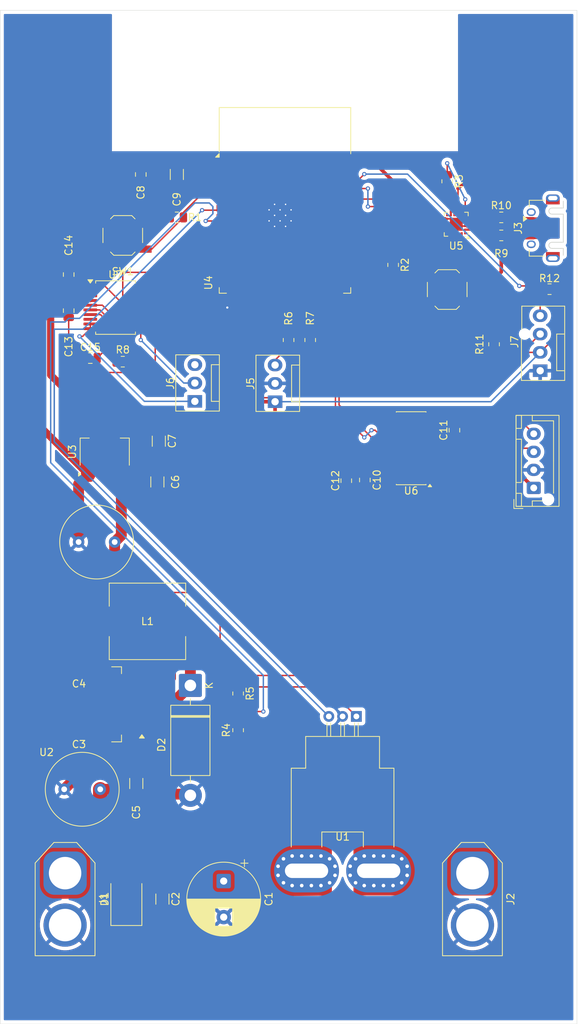
<source format=kicad_pcb>
(kicad_pcb (version 20241229) (generator "pcbnew") (generator_version "9.0")
  (layers (0 "F.Cu" signal) (2 "B.Cu" signal) (13 "F.Paste" user) (15 "B.Paste" user) (5 "F.SilkS" user "F.Silkscreen") (7 "B.SilkS" user "B.Silkscreen") (1 "F.Mask" user) (3 "B.Mask" user) (25 "Edge.Cuts" user))
  (net 0 "")
  (net 1 "GND")
  (net 2 "+24V")
  (net 3 "+5V")
  (net 4 "+3.3V")
  (net 5 "Net-(U6-VBG)")
  (net 6 "Net-(U7-ISENSOR)")
  (net 7 "Net-(D2-K)")
  (net 8 "Net-(J3-D-)")
  (net 10 "Net-(J3-VBUS)")
  (net 11 "Net-(J3-D+)")
  (net 13 "Net-(J4-Pin_3)")
  (net 14 "Net-(J4-Pin_4)")
  (net 15 "Net-(J5-Pin_3)")
  (net 17 "Net-(J6-Pin_1)")
  (net 18 "Net-(J6-Pin_2)")
  (net 19 "Net-(U4-EN)")
  (net 20 "Net-(U4-IO0)")
  (net 21 "Net-(U5-~{RST})")
  (net 22 "V_Sensor")
  (net 23 "RPM_SIGNAL")
  (net 24 "Net-(U7-REFIN+)")
  (net 25 "Net-(U7-REFIN-)")
  (net 26 "Net-(U5-D+)")
  (net 27 "Net-(U5-D-)")
  (net 28 "VIOUT")
  (net 31 "SCK")
  (net 33 "CS")
  (net 38 "SDA")
  (net 42 "PD_SCK")
  (net 43 "SDI")
  (net 45 "RX")
  (net 47 "TX")
  (net 51 "SDO")
  (net 52 "SCL")
  (net 57 "DOUT")
  (net 77 "/+24V_OUT")
  (net 78 "/+24V_IN")
  (footprint "Package_SO:SOIC-16_3.9x9.9mm_P1.27mm" (layer "F.Cu") (at 130 84.5 180)
    (property "Reference" "U6")
    (property "Value" "HX711" (hide yes))
  )
  (footprint "Capacitor_SMD:C_1206_3216Metric" (layer "F.Cu") (at 95 83.525 -90)
    (property "Reference" "C7")
    (property "Value" "10uF" (hide yes))
  )
  (footprint "Resistor_SMD:R_0805_2012Metric" (layer "F.Cu") (at 141.5 70.0875 -90)
    (property "Reference" "R11")
    (property "Value" "4.7k" (hide yes))
  )
  (footprint "Diode_THT:D_DO-201AD_P15.24mm_Horizontal" (layer "F.Cu") (at 99.375 117.38 -90)
    (property "Reference" "D2")
    (property "Value" "1N5822" (hide yes))
  )
  (footprint "Resistor_SMD:R_0805_2012Metric" (layer "F.Cu") (at 149.19375 62.4525 180)
    (property "Reference" "R12")
    (property "Value" "4.7k" (hide yes))
  )
  (footprint "Connector:FanPinHeader_1x03_P2.54mm_Vertical" (layer "F.Cu") (at 111.125 78.05 90)
    (property "Reference" "J5")
    (property "Value" "J_RPM")
  )
  (footprint "Capacitor_SMD:C_1206_3216Metric" (layer "F.Cu") (at 95.5 147 -90)
    (property "Reference" "C2")
    (property "Value" "0.1uF 100V")
  )
  (footprint "RF_Module:ESP32-WROOM-32" (layer "F.Cu") (at 112.5 53.13)
    (property "Reference" "U4")
    (property "Value" "ESP32-WROOM-32")
  )
  (footprint "Capacitor_THT:C_Radial_D10.0mm_H12.5mm_P5.00mm" (layer "F.Cu") (at 88.875 97.5 180)
    (property "Reference" "C4")
    (property "Value" "220uF 16v" (hide yes))
  )
  (footprint "Diode_SMD:D_SMB" (layer "F.Cu") (at 90.5 147 90)
    (property "Reference" "D1")
    (property "Value" "D_TVS")
  )
  (footprint "Capacitor_SMD:C_0805_2012Metric" (layer "F.Cu") (at 136 82 -90)
    (property "Reference" "C11")
    (property "Value" "0.1uF" (hide yes))
  )
  (footprint "Connector_JST:JST_XH_B4B-XH-AM_1x04_P2.50mm_Vertical" (layer "F.Cu") (at 147 90 90)
    (property "Reference" "J4" (hide yes))
    (property "Value" "J_LOAD" (hide yes))
  )
  (footprint "Resistor_SMD:R_0805_2012Metric" (layer "F.Cu") (at 113 69.5 -90)
    (property "Reference" "R6")
    (property "Value" "10k" (hide yes))
  )
  (footprint "Capacitor_SMD:C_1206_3216Metric" (layer "F.Cu") (at 91.875 130.975 -90)
    (property "Reference" "C5")
    (property "Value" "0.1uF" (hide yes))
  )
  (footprint "Inductor_SMD:L_10.4x10.4_H4.8" (layer "F.Cu") (at 93.425 108.5 180)
    (property "Reference" "L1")
    (property "Value" "33uH" (hide yes))
  )
  (footprint "Capacitor_SMD:C_0805_2012Metric" (layer "F.Cu") (at 82.5 65.425 90)
    (property "Reference" "C13")
    (property "Value" "0.1uF" (hide yes))
  )
  (footprint "Package_TO_SOT_SMD:TO-263-5_TabPin3" (layer "F.Cu") (at 85 120 180)
    (property "Reference" "U2")
    (property "Value" "LM2596S-5" (hide yes))
  )
  (footprint "Capacitor_THT:CP_Radial_D10.0mm_P5.00mm" (layer "F.Cu") (at 104 144.5 -90)
    (property "Reference" "C1")
    (property "Value" "100uF 100V")
  )
  (footprint "Connector:FanPinHeader_1x03_P2.54mm_Vertical" (layer "F.Cu") (at 100 78 90)
    (property "Reference" "J6")
    (property "Value" "J_TEMP")
  )
  (footprint "Sensor_Current:Allegro_CB_PFF" (layer "F.Cu") (at 122.4 121.675 180)
    (property "Reference" "U1")
    (property "Value" "ACS758xCB-100B-PFF")
  )
  (footprint "Package_SO:SSOP-20_5.3x7.2mm_P0.65mm" (layer "F.Cu") (at 89 65)
    (property "Reference" "U7")
    (property "Value" "MAX31865xAP" (hide yes))
  )
  (footprint "Resistor_SMD:R_0805_2012Metric" (layer "F.Cu") (at 142.5 55 180)
    (property "Reference" "R9")
    (property "Value" "22" (hide yes))
  )
  (footprint "Connector:FanPinHeader_1x04_P2.54mm_Vertical" (layer "F.Cu") (at 147.89375 73.7525 90)
    (property "Reference" "J7")
    (property "Value" "J_DISPLAY")
  )
  (footprint "Capacitor_SMD:C_0805_2012Metric" (layer "F.Cu") (at 123.5775 88.905 -90)
    (property "Reference" "C10")
    (property "Value" "0.1uF" (hide yes))
  )
  (footprint "Capacitor_SMD:C_0805_2012Metric" (layer "F.Cu") (at 121 89 -90)
    (property "Reference" "C12")
    (property "Value" "0.1uF" (hide yes))
  )
  (footprint "Button_Switch_SMD:SW_SPST_TL3342" (layer "F.Cu") (at 135 62.5)
    (property "Reference" "SW2" (hide yes))
    (property "Value" "SW_Push" (hide yes))
  )
  (footprint "Capacitor_SMD:C_1206_3216Metric" (layer "F.Cu") (at 94.8 89.175 90)
    (property "Reference" "C6")
    (property "Value" "10uF" (hide yes))
  )
  (footprint "Resistor_SMD:R_0805_2012Metric" (layer "F.Cu") (at 116 69.5 -90)
    (property "Reference" "R7")
    (property "Value" "1k" (hide yes))
  )
  (footprint "Capacitor_SMD:C_0805_2012Metric" (layer "F.Cu") (at 92.5 46.55 -90)
    (property "Reference" "C8")
    (property "Value" "0.1uF" (hide yes))
  )
  (footprint "Resistor_SMD:R_0805_2012Metric" (layer "F.Cu") (at 106 123.5875 90)
    (property "Reference" "R4")
    (property "Value" "100K" (hide yes))
  )
  (footprint "Package_DFN_QFN:SiliconLabs_QFN-20-1EP_3x3mm_P0.5mm_EP1.8x1.8mm" (layer "F.Cu") (at 136.25 53.45 180)
    (property "Reference" "U5")
    (property "Value" "CP2102N-Axx-xQFN20" (hide yes))
  )
  (footprint "Capacitor_THT:C_Radial_D10.0mm_H12.5mm_P5.00mm" (layer "F.Cu") (at 86.875 131.775 180)
    (property "Reference" "C3")
    (property "Value" "220uF 35v" (hide yes))
  )
  (footprint "Resistor_SMD:R_0805_2012Metric" (layer "F.Cu") (at 90 72.5)
    (property "Reference" "R8")
    (property "Value" "400ohm" (hide yes))
  )
  (footprint "Connector_AMASS:AMASS_XT60-M_1x02_P7.20mm_Vertical" (layer "F.Cu") (at 138.5 143.4 -90)
    (property "Reference" "J2")
    (property "Value" "Conn_01x02")
  )
  (footprint "Capacitor_SMD:C_1206_3216Metric" (layer "F.Cu") (at 97.5 46.55 -90)
    (property "Reference" "C9")
    (property "Value" "10uF" (hide yes))
  )
  (footprint "Resistor_SMD:R_0805_2012Metric" (layer "F.Cu") (at 106 118.5 -90)
    (property "Reference" "R5")
    (property "Value" "15k")
  )
  (footprint "Capacitor_SMD:C_0805_2012Metric" (layer "F.Cu") (at 85.5 72 180)
    (property "Reference" "C15")
    (property "Value" "0.1uF" (hide yes))
  )
  (footprint "Package_TO_SOT_SMD:SOT-223-3_TabPin2" (layer "F.Cu") (at 87.5 85 90)
    (property "Reference" "U3")
    (property "Value" "AMS1117-3.3" (hide yes))
  )
  (footprint "Button_Switch_SMD:SW_SPST_TL3342" (layer "F.Cu") (at 90 55)
    (property "Reference" "SW1")
    (property "Value" "SW_Push" (hide yes))
  )
  (footprint "Capacitor_SMD:C_0805_2012Metric" (layer "F.Cu") (at 82.5 60.425 90)
    (property "Reference" "C14")
    (property "Value" "0.1uF" (hide yes))
  )
  (footprint "Resistor_SMD:R_0805_2012Metric" (layer "F.Cu") (at 135 47.5 -90)
    (property "Reference" "R3")
    (property "Value" "10k")
  )
  (footprint "Connector_AMASS:AMASS_XT60-F_1x02_P7.20mm_Vertical" (layer "F.Cu") (at 82 143.4 -90)
    (property "Reference" "J1")
    (property "Value" "Conn_01x02")
  )
  (footprint "Resistor_SMD:R_0805_2012Metric" (layer "F.Cu") (at 142.5 52.5)
    (property "Reference" "R10")
    (property "Value" "22" (hide yes))
  )
  (footprint "Resistor_SMD:R_0805_2012Metric" (layer "F.Cu") (at 127.5 59.0875 -90)
    (property "Reference" "R2")
    (property "Value" "10k" (hide yes))
  )
  (footprint "Connector_USB:USB_Micro-AB_Molex_47590-0001" (layer "F.Cu") (at 150 54 90)
    (property "Reference" "J3")
    (property "Value" "USB_B_Micro")
    (fp_line (start 2.8 -0.475) (end 2.8 1.1) (stroke (width 0.1)) (layer "Edge.Cuts"))
    (fp_line (start 1.95 -0.475) (end 1.95 1.1) (stroke (width 0.1)) (layer "Edge.Cuts"))
    (fp_line (start -1.95 -0.475) (end -1.95 1.1) (stroke (width 0.1)) (layer "Edge.Cuts"))
    (fp_line (start -2.8 -0.475) (end -2.8 1.1) (stroke (width 0.1)) (layer "Edge.Cuts"))
    (fp_line (start 2.8 1.1) (end 3.75 1.1) (stroke (width 0.1)) (layer "Edge.Cuts"))
    (fp_line (start -1.95 1.1) (end 1.95 1.1) (stroke (width 0.1)) (layer "Edge.Cuts"))
    (fp_line (start -3.75 1.1) (end -2.8 1.1) (stroke (width 0.1)) (layer "Edge.Cuts"))
    (fp_arc (start 1.95 -0.475) (mid 2.375 -0.9) (end 2.8 -0.475) (stroke (width 0.1)) (layer "Edge.Cuts"))
    (fp_arc (start -2.8 -0.475) (mid -2.375 -0.9) (end -1.95 -0.475) (stroke (width 0.1)) (layer "Edge.Cuts"))
  )
  (footprint "Resistor_SMD:R_0805_2012Metric" (layer "F.Cu") (at 97.5 52.5)
    (property "Reference" "R1")
    (property "Value" "10k" (hide yes))
  )
  (gr_line (start 72.9975 164.3) (end 152.9975 164.3) (stroke (width 0.05)) (layer "Edge.Cuts"))
  (gr_line (start 152.9975 23.8) (end 72.9975 23.8) (stroke (width 0.05)) (layer "Edge.Cuts"))
  (gr_line (start 72.9975 23.8) (end 72.9975 164.3) (stroke (width 0.05)) (layer "Edge.Cuts"))
  (gr_line (start 152.9975 164.3) (end 152.9975 23.8) (stroke (width 0.05)) (layer "Edge.Cuts"))
  (segment (start 83.5 120) (end 92.65 120) (width 1.5) (layer "F.Cu") (net 1))
  (segment (start 94.5 73.5) (end 94.5 66.5) (width 0.2) (layer "F.Cu") (net 1))
  (segment (start 121.25 44.88) (end 124.88 44.88) (width 0.5) (layer "F.Cu") (net 1))
  (segment (start 106 117.5875) (end 116.4025 117.5875) (width 0.2) (layer "F.Cu") (net 1))
  (segment (start 97.695 44.88) (end 97.5 45.075) (width 0.2) (layer "F.Cu") (net 1))
  (segment (start 144.7 55.3) (end 143.999 56.001) (width 0.5) (layer "F.Cu") (net 1))
  (segment (start 116.4025 117.5875) (end 120.49 121.675) (width 0.2) (layer "F.Cu") (net 1))
  (segment (start 89.5 66) (end 89.5 64) (width 0.2) (layer "F.Cu") (net 1))
  (segment (start 106.79 62.64) (end 106.79 62.71) (width 0.2) (layer "F.Cu") (net 1))
  (segment (start 119.16 44.88) (end 113.345 50.695) (width 0.5) (layer "F.Cu") (net 1))
  (segment (start 84.5 72) (end 82.5 70) (width 0.2) (layer "F.Cu") (net 1))
  (segment (start 146.975 55.3) (end 144.7 55.3) (width 0.5) (layer "F.Cu") (net 1))
  (segment (start 135.5 84) (end 132.61 84) (width 0.2) (layer "F.Cu") (net 1))
  (segment (start 136.5 53.7) (end 137.8 53.7) (width 0.2) (layer "F.Cu") (net 1))
  (segment (start 92.5 45.6) (end 96.975 45.6) (width 0.5) (layer "F.Cu") (net 1))
  (segment (start 124.88 44.88) (end 132.7 52.7) (width 0.5) (layer "F.Cu") (net 1))
  (segment (start 143.999 56.001) (end 142.5 56.001) (width 0.5) (layer "F.Cu") (net 1))
  (segment (start 90.125 66.625) (end 89.5 66) (width 0.2) (layer "F.Cu") (net 1))
  (segment (start 82.525 59.5) (end 82.5 59.475) (width 0.2) (layer "F.Cu") (net 1))
  (segment (start 136.25 53.45) (end 135.5 52.7) (width 0.2) (layer "F.Cu") (net 1))
  (segment (start 141.001 56.001) (end 140 55) (width 0.5) (layer "F.Cu") (net 1))
  (segment (start 136 83.5) (end 135.5 84) (width 0.2) (layer "F.Cu") (net 1))
  (segment (start 139.685046 53.7) (end 137.8 53.7) (width 0.5) (layer "F.Cu") (net 1))
  (segment (start 123.4825 88.05) (end 123.5775 87.955) (width 0.2) (layer "F.Cu") (net 1))
  (segment (start 140 54.014954) (end 139.685046 53.7) (width 0.5) (layer "F.Cu") (net 1))
  (segment (start 86.55 74) (end 94 74) (width 0.2) (layer "F.Cu") (net 1))
  (segment (start 129.5 85.5) (end 129.5 87.5) (width 0.2) (layer "F.Cu") (net 1))
  (segment (start 138.15 64.4) (end 142.5 60.05) (width 0.5) (layer "F.Cu") (net 1))
  (segment (start 84.55 72) (end 86.55 74) (width 0.2) (layer "F.Cu") (net 1))
  (segment (start 82.5 57.45) (end 82.5 59.475) (width 0.5) (layer "F.Cu") (net 1))
  (segment (start 103.75 44.88) (end 97.695 44.88) (width 0.5) (layer "F.Cu") (net 1))
  (segment (start 129.5 87.5) (end 127.7 87.5) (width 0.2) (layer "F.Cu") (net 1))
  (segment (start 121 88.05) (end 123.4825 88.05) (width 0.2) (layer "F.Cu") (net 1))
  (segment (start 123.8575 87.675) (end 123.5775 87.955) (width 0.2) (layer "F.Cu") (net 1))
  (segment (start 93.15 53.1) (end 86.85 53.1) (width 0.5) (layer "F.Cu") (net 1))
  (segment (start 106.79 62.71) (end 104.5 65) (width 0.2) (layer "F.Cu") (net 1))
  (segment (start 87.35 85) (end 95 85) (width 1.5) (layer "F.Cu") (net 1))
  (segment (start 92.5 45.6) (end 81.9 45.6) (width 0.5) (layer "F.Cu") (net 1))
  (segment (start 94.5 66.5) (end 92.625 66.5) (width 0.2) (layer "F.Cu") (net 1))
  (segment (start 83.5 120) (end 86.9 116.6) (width 1.5) (layer "F.Cu") (net 1))
  (segment (start 142.5 56.001) (end 141.001 56.001) (width 0.5) (layer "F.Cu") (net 1))
  (segment (start 95 87.5) (end 94.8 87.7) (width 0.2) (layer "F.Cu") (net 1))
  (segment (start 136 82.95) (end 136 83.5) (width 0.2) (layer "F.Cu") (net 1))
  (segment (start 121.25 44.88) (end 119.16 44.88) (width 0.5) (layer "F.Cu") (net 1))
  (segment (start 81.9 45.6) (end 77.5 50) (width 0.5) (layer "F.Cu") (net 1))
  (segment (start 82.5 70) (end 82.5 66.375) (width 0.2) (layer "F.Cu") (net 1))
  (segment (start 85 59.5) (end 82.525 59.5) (width 0.2) (layer "F.Cu") (net 1))
  (segment (start 136.25 53.45) (end 136.5 53.7) (width 0.2) (layer "F.Cu") (net 1))
  (segment (start 127.7 87.5) (end 127.525 87.675) (width 0.2) (layer "F.Cu") (net 1))
  (segment (start 135.5 52.7) (end 134.7 52.7) (width 0.2) (layer "F.Cu") (net 1))
  (segment (start 99.205 132.45) (end 99.375 132.62) (width 0.2) (layer "F.Cu") (net 1))
  (segment (start 132.475 83.865) (end 131.135 83.865) (width 0.2) (layer "F.Cu") (net 1))
  (segment (start 131.135 83.865) (end 129.5 85.5) (width 0.2) (layer "F.Cu") (net 1))
  (segment (start 83.5 120) (end 83.5 130.15) (width 1.5) (layer "F.Cu") (net 1))
  (segment (start 140 55) (end 140 54.014954) (width 0.5) (layer "F.Cu") (net 1))
  (segment (start 132.7 52.7) (end 134.7 52.7) (width 0.5) (layer "F.Cu") (net 1))
  (segment (start 85.2 88.15) (end 77.5 80.45) (width 1) (layer "F.Cu") (net 1))
  (segment (start 83.5 130.15) (end 81.875 131.775) (width 1.5) (layer "F.Cu") (net 1))
  (segment (start 83.875 97.5) (end 83.875 92.5) (width 1.5) (layer "F.Cu") (net 1))
  (segment (start 95 85) (end 95 87.5) (width 2) (layer "F.Cu") (net 1))
  (segment (start 86.85 53.1) (end 82.5 57.45) (width 0.5) (layer "F.Cu") (net 1))
  (segment (start 131.85 64.4) (end 138.15 64.4) (width 0.5) (layer "F.Cu") (net 1))
  (segment (start 142.5 60.05) (end 142.5 56.001) (width 0.5) (layer "F.Cu") (net 1))
  (segment (start 77.5 80.45) (end 77.5 50) (width 1) (layer "F.Cu") (net 1))
  (segment (start 94 74) (end 94.5 73.5) (width 0.2) (layer "F.Cu") (net 1))
  (segment (start 83.875 89.475) (end 85.2 88.15) (width 1.5) (layer "F.Cu") (net 1))
  (segment (start 89.5 64) (end 85 59.5) (width 0.2) (layer "F.Cu") (net 1))
  (segment (start 83.875 92.5) (end 83.875 89.475) (width 1.5) (layer "F.Cu") (net 1))
  (segment (start 85.2 87.15) (end 87.35 85) (width 1.5) (layer "F.Cu") (net 1))
  (segment (start 132.61 84) (end 132.475 83.865) (width 0.2) (layer "F.Cu") (net 1))
  (segment (start 127.525 87.675) (end 123.8575 87.675) (width 0.2) (layer "F.Cu") (net 1))
  (segment (start 139 87.5) (end 135.5 84) (width 0.2) (layer "F.Cu") (net 1))
  (segment (start 92.5 66.625) (end 90.125 66.625) (width 0.2) (layer "F.Cu") (net 1))
  (segment (start 92.625 66.5) (end 92.5 66.625) (width 0.2) (layer "F.Cu") (net 1))
  (segment (start 85.2 88.15) (end 85.2 87.15) (width 2) (layer "F.Cu") (net 1))
  (segment (start 86.9 116.6) (end 92.65 116.6) (width 1.5) (layer "F.Cu") (net 1))
  (segment (start 147 87.5) (end 139 87.5) (width 0.2) (layer "F.Cu") (net 1))
  (segment (start 96.975 45.6) (end 97.5 45.075) (width 0.5) (layer "F.Cu") (net 1))
  (segment (start 91.875 132.45) (end 99.205 132.45) (width 1.5) (layer "F.Cu") (net 1))
  (segment (start 84.55 72) (end 84.5 72) (width 0.2) (layer "F.Cu") (net 1))
  (via (at 104.5 65) (size 0.6) (drill 0.3) (layers "F.Cu" "B.Cu") (net 1))
  (segment (start 92.65 123.4) (end 91.875 124.175) (width 1.5) (layer "F.Cu") (net 2))
  (segment (start 86.875 131.775) (end 89.6 131.775) (width 1.5) (layer "F.Cu") (net 2))
  (segment (start 86.875 139.375) (end 87.5 140) (width 1.5) (layer "F.Cu") (net 2))
  (segment (start 93.75 124.5) (end 92.65 123.4) (width 1) (layer "F.Cu") (net 2))
  (segment (start 86.875 131.775) (end 86.875 139.375) (width 2) (layer "F.Cu") (net 2))
  (segment (start 106 124.5) (end 93.75 124.5) (width 1) (layer "F.Cu") (net 2))
  (segment (start 89.6 131.775) (end 91.875 129.5) (width 1.5) (layer "F.Cu") (net 2))
  (segment (start 91.875 124.175) (end 91.875 129.5) (width 1.5) (layer "F.Cu") (net 2))
  (segment (start 88.875 108.1) (end 89.275 108.5) (width 0.2) (layer "F.Cu") (net 3))
  (segment (start 99.5 104.5) (end 88.875 104.5) (width 0.2) (layer "F.Cu") (net 3))
  (segment (start 103.5 116) (end 103.5 108.5) (width 0.2) (layer "F.Cu") (net 3))
  (segment (start 116.725 116) (end 103.5 116) (width 0.2) (layer "F.Cu") (net 3))
  (segment (start 88.875 97.5) (end 89.8 96.575) (width 1.5) (layer "F.Cu") (net 3))
  (segment (start 88.875 104.5) (end 88.875 108.1) (width 1.5) (layer "F.Cu") (net 3))
  (segment (start 93.15 90.65) (end 94.8 90.65) (width 1.5) (layer "F.Cu") (net 3))
  (segment (start 94.95 118.3) (end 96.875 116.375) (width 1) (layer "F.Cu") (net 3))
  (segment (start 89.8 88.15) (end 90.65 88.15) (width 1.5) (layer "F.Cu") (net 3))
  (segment (start 122.4 121.675) (end 116.725 116) (width 0.2) (layer "F.Cu") (net 3))
  (segment (start 90.65 88.15) (end 93.15 90.65) (width 1.5) (layer "F.Cu") (net 3))
  (segment (start 90.875 108.5) (end 89.275 108.5) (width 1) (layer "F.Cu") (net 3))
  (segment (start 103.5 108.5) (end 99.5 104.5) (width 0.2) (layer "F.Cu") (net 3))
  (segment (start 88.875 97.5) (end 88.875 104.5) (width 1.5) (layer "F.Cu") (net 3))
  (segment (start 96.875 116.375) (end 96.875 114.5) (width 1) (layer "F.Cu") (net 3))
  (segment (start 96.875 114.5) (end 90.875 108.5) (width 1) (layer "F.Cu") (net 3))
  (segment (start 92.65 118.3) (end 94.95 118.3) (width 1) (layer "F.Cu") (net 3))
  (segment (start 89.8 96.575) (end 89.8 88.15) (width 1.5) (layer "F.Cu") (net 3))
  (segment (start 82.5 63.375) (end 82.5 64.475) (width 0.5) (layer "F.Cu") (net 4))
  (segment (start 138.5 88.5) (end 145.5 88.5) (width 0.5) (layer "F.Cu") (net 4))
  (segment (start 108.45 78.05) (end 105.5 81) (width 0.5) (layer "F.Cu") (net 4))
  (segment (start 111.125 78.05) (end 108.45 78.05) (width 0.5) (layer "F.Cu") (net 4))
  (segment (start 110.575 77.5) (end 111.125 78.05) (width 0.2) (layer "F.Cu") (net 4))
  (segment (start 135 45) (end 135 46.5875) (width 0.2) (layer "F.Cu") (net 4))
  (segment (start 95.65 81) (end 94.8 81.85) (width 0.5) (layer "F.Cu") (net 4))
  (segment (start 87.5 81.85) (end 84.075 78.425) (width 1) (layer "F.Cu") (net 4))
  (segment (start 112.4125 68.5875) (end 109 72) (width 0.2) (layer "F.Cu") (net 4))
  (segment (start 105.5 81) (end 95.65 81) (width 0.5) (layer "F.Cu") (net 4))
  (segment (start 87.5 81.85) (end 94.8 81.85) (width 1.5) (layer "F.Cu") (net 4))
  (segment (start 82.5 62.725) (end 82.5 61.375) (width 0.5) (layer "F.Cu") (net 4))
  (segment (start 132.475 85.135) (end 132.475 86.405) (width 0.5) (layer "F.Cu") (net 4))
  (segment (start 93.025 48.025) (end 92.5 47.5) (width 0.5) (layer "F.Cu") (net 4))
  (segment (start 132.475 86.405) (end 132.475 87.675) (width 0.5) (layer "F.Cu") (net 4))
  (segment (start 80.2 57.3) (end 80 57.5) (width 0.2) (layer "F.Cu") (net 4))
  (segment (start 84.075 78.425) (end 80 74.35) (width 1) (layer "F.Cu") (net 4))
  (segment (start 129.5 88) (end 128.555 88.945) (width 0.5) (layer "F.Cu") (net 4))
  (segment (start 82.5 47.5) (end 80 50) (width 0.5) (layer "F.Cu") (net 4))
  (segment (start 96.5875 52.5) (end 91.5875 47.5) (width 0.5) (layer "F.Cu") (net 4))
  (segment (start 85.5 62.725) (end 82.5 62.725) (width 0.5) (layer "F.Cu") (net 4))
  (segment (start 111.125 80.075) (end 111.125 78.05) (width 0.5) (layer "F.Cu") (net 4))
  (segment (start 92.5 47.5) (end 91.5875 47.5) (width 0.5) (layer "F.Cu") (net 4))
  (segment (start 80.45 57.95) (end 80 57.5) (width 0.2) (layer "F.Cu") (net 4))
  (segment (start 132.15 88) (end 129.5 88) (width 0.5) (layer "F.Cu") (net 4))
  (segment (start 94.8 81.85) (end 95 82.05) (width 0.2) (layer "F.Cu") (net 4))
  (segment (start 85.5 63.375) (end 82.5 63.375) (width 0.5) (layer "F.Cu") (net 4))
  (segment (start 147.89375 71.2125) (end 143.04125 71.2125) (width 0.2) (layer "F.Cu") (net 4))
  (segment (start 137.5 52.2) (end 137.5 50) (width 0.2) (layer "F.Cu") (net 4))
  (segment (start 141.5 71) (end 142.82875 71) (width 0.2) (layer "F.Cu") (net 4))
  (segment (start 82.5 62.725) (end 80.225 62.725) (width 0.5) (layer "F.Cu") (net 4))
  (segment (start 113 68.5875) (end 112.4125 68.5875) (width 0.2) (layer "F.Cu") (net 4))
  (segment (start 124.4875 88.945) (end 123.5775 89.855) (width 0.5) (layer "F.Cu") (net 4))
  (segment (start 121 89.95) (end 123.4825 89.95) (width 0.5) (layer "F.Cu") (net 4))
  (segment (start 85.5 63.375) (end 85.5 64.025) (width 0.5) (layer "F.Cu") (net 4))
  (segment (start 99.475 48.025) (end 97.5 48.025) (width 0.5) (layer "F.Cu") (net 4))
  (segment (start 97.5 48.025) (end 93.025 48.025) (width 0.5) (layer "F.Cu") (net 4))
  (segment (start 87.7 88.15) (end 87.7 87.7) (width 0.2) (layer "F.Cu") (net 4))
  (segment (start 127.525 88.945) (end 124.4875 88.945) (width 0.5) (layer "F.Cu") (net 4))
  (segment (start 132.475 87.675) (end 137.675 87.675) (width 0.5) (layer "F.Cu") (net 4))
  (segment (start 87.7 87.7) (end 87.5 87.5) (width 0.2) (layer "F.Cu") (net 4))
  (segment (start 80.225 62.725) (end 80 62.5) (width 0.5) (layer "F.Cu") (net 4))
  (segment (start 80.875 63.375) (end 80 62.5) (width 0.5) (layer "F.Cu") (net 4))
  (segment (start 123.4825 89.95) (end 123.5775 89.855) (width 0.2) (layer "F.Cu") (net 4))
  (segment (start 150.10625 69) (end 147.89375 71.2125) (width 0.2) (layer "F.Cu") (net 4))
  (segment (start 101.35 46.15) (end 99.475 48.025) (width 0.5) (layer "F.Cu") (net 4))
  (segment (start 137.675 87.675) (end 138.5 88.5) (width 0.5) (layer "F.Cu") (net 4))
  (segment (start 103.75 46.15) (end 101.35 46.15) (width 0.5) (layer "F.Cu") (net 4))
  (segment (start 145.5 88.5) (end 147 90) (width 0.5) (layer "F.Cu") (net 4))
  (segment (start 109 77.5) (end 110.575 77.5) (width 0.2) (layer "F.Cu") (net 4))
  (segment (start 80 57.5) (end 80 50) (width 1) (layer "F.Cu") (net 4))
  (segment (start 132.15 88) (end 132.475 87.675) (width 0.5) (layer "F.Cu") (net 4))
  (segment (start 128.555 88.945) (end 127.525 88.945) (width 0.2) (layer "F.Cu") (net 4))
  (segment (start 80 62.5) (end 80 57.5) (width 1) (layer "F.Cu") (net 4))
  (segment (start 80 74.35) (end 80 62.5) (width 1) (layer "F.Cu") (net 4))
  (segment (start 82.5 63.375) (end 80.875 63.375) (width 0.5) (layer "F.Cu") (net 4))
  (segment (start 91.5875 47.5) (end 82.5 47.5) (width 0.5) (layer "F.Cu") (net 4))
  (segment (start 109 72) (end 109 77.5) (width 0.2) (layer "F.Cu") (net 4))
  (segment (start 142.82875 71) (end 143.04125 71.2125) (width 0.2) (layer "F.Cu") (net 4))
  (segment (start 150.10625 62.4525) (end 150.10625 69) (width 0.2) (layer "F.Cu") (net 4))
  (segment (start 121 89.95) (end 111.125 80.075) (width 0.5) (layer "F.Cu") (net 4))
  (via (at 137.5 50) (size 0.6) (drill 0.3) (layers "F.Cu" "B.Cu") (net 4))
  (via (at 135 45) (size 0.6) (drill 0.3) (layers "F.Cu" "B.Cu") (net 4))
  (segment (start 141.05625 78.05) (end 147.89375 71.2125) (width 0.2) (layer "B.Cu") (net 4))
  (segment (start 111.125 78.05) (end 141.05625 78.05) (width 0.2) (layer "B.Cu") (net 4))
  (segment (start 137.5 50) (end 135 45) (width 0.2) (layer "B.Cu") (net 4))
  (segment (start 134.455 82.595) (end 132.475 82.595) (width 0.2) (layer "F.Cu") (net 5))
  (segment (start 136 81.05) (end 134.455 82.595) (width 0.2) (layer "F.Cu") (net 5))
  (segment (start 87.467157 66.532843) (end 87.467157 70.982843) (width 0.2) (layer "F.Cu") (net 6))
  (segment (start 87.467157 70.982843) (end 86.45 72) (width 0.2) (layer "F.Cu") (net 6))
  (segment (start 85.5 65.975) (end 86.909314 65.975) (width 0.2) (layer "F.Cu") (net 6))
  (segment (start 86.909314 65.975) (end 87.467157 66.532843) (width 0.2) (layer "F.Cu") (net 6))
  (segment (start 95.055 121.7) (end 99.375 117.38) (width 1.5) (layer "F.Cu") (net 7))
  (segment (start 92.65 121.7) (end 95.055 121.7) (width 1.5) (layer "F.Cu") (net 7))
  (segment (start 99.375 117.38) (end 99.375 110.3) (width 1.5) (layer "F.Cu") (net 7))
  (segment (start 99.375 110.3) (end 97.575 108.5) (width 1.5) (layer "F.Cu") (net 7))
  (segment (start 144.2625 53.35) (end 146.975 53.35) (width 0.25) (layer "F.Cu") (net 8))
  (segment (start 143.4125 52.5) (end 144.2625 53.35) (width 0.25) (layer "F.Cu") (net 8))
  (segment (start 137.5 47.5) (end 136.5 48.5) (width 0.5) (layer "F.Cu") (net 10))
  (segment (start 146.975 52.7) (end 145.2 52.7) (width 0.5) (layer "F.Cu") (net 10))
  (segment (start 145.2 52.7) (end 140 47.5) (width 0.5) (layer "F.Cu") (net 10))
  (segment (start 140 47.5) (end 137.5 47.5) (width 0.5) (layer "F.Cu") (net 10))
  (segment (start 136.5 48.5) (end 136.5 51.9) (width 0.2) (layer "F.Cu") (net 10))
  (segment (start 143.4125 55) (end 144.4125 54) (width 0.25) (layer "F.Cu") (net 11))
  (segment (start 144.4125 54) (end 146.975 54) (width 0.25) (layer "F.Cu") (net 11))
  (segment (start 136.555 80.055) (end 141 84.5) (width 0.2) (layer "F.Cu") (net 13))
  (segment (start 141 84.5) (end 146.5 84.5) (width 0.2) (layer "F.Cu") (net 13))
  (segment (start 146.5 84.5) (end 147 85) (width 0.2) (layer "F.Cu") (net 13))
  (segment (start 132.475 80.055) (end 136.555 80.055) (width 0.2) (layer "F.Cu") (net 13))
  (segment (start 147 82.5) (end 143.5 79) (width 0.2) (layer "F.Cu") (net 14))
  (segment (start 143.5 79) (end 130.5 79) (width 0.2) (layer "F.Cu") (net 14))
  (segment (start 130.5 79) (end 130.5 81.5) (width 0.2) (layer "F.Cu") (net 14))
  (segment (start 130.5 81.5) (end 132.3 81.5) (width 0.2) (layer "F.Cu") (net 14))
  (segment (start 132.3 81.5) (end 132.475 81.325) (width 0.2) (layer "F.Cu") (net 14))
  (segment (start 111.125 72.97) (end 111.125 72.2875) (width 0.2) (layer "F.Cu") (net 15))
  (segment (start 111.125 72.2875) (end 113 70.4125) (width 0.2) (layer "F.Cu") (net 15))
  (segment (start 113 70.4125) (end 116 70.4125) (width 0.2) (layer "F.Cu") (net 15))
  (segment (start 84.425 69) (end 84 69) (width 0.2) (layer "F.Cu") (net 17))
  (segment (start 85.5 67.275) (end 85.5 67.925) (width 0.2) (layer "F.Cu") (net 17))
  (segment (start 85.5 67.925) (end 84.425 69) (width 0.2) (layer "F.Cu") (net 17))
  (via (at 84 69) (size 0.6) (drill 0.3) (layers "F.Cu" "B.Cu") (net 17))
  (segment (start 100 78) (end 93 78) (width 0.2) (layer "B.Cu") (net 17))
  (segment (start 93 78) (end 84 69) (width 0.2) (layer "B.Cu") (net 17))
  (segment (start 92.5 69.5) (end 92.5 67.925) (width 0.2) (layer "F.Cu") (net 18))
  (segment (start 92.5 67.275) (end 92.5 67.925) (width 0.2) (layer "F.Cu") (net 18))
  (via (at 92.5 69.5) (size 0.6) (drill 0.3) (layers "F.Cu" "B.Cu") (net 18))
  (segment (start 98.46 75.46) (end 92.5 69.5) (width 0.2) (layer "B.Cu") (net 18))
  (segment (start 100 75.46) (end 98.46 75.46) (width 0.2) (layer "B.Cu") (net 18))
  (segment (start 86.85 56.9) (end 93.15 56.9) (width 0.2) (layer "F.Cu") (net 19))
  (segment (start 93.15 56.9) (end 94.0125 56.9) (width 0.2) (layer "F.Cu") (net 19))
  (segment (start 98.4125 52.5) (end 98.4125 51.8) (width 0.2) (layer "F.Cu") (net 19))
  (segment (start 98.4125 51.8) (end 102.7925 47.42) (width 0.2) (layer "F.Cu") (net 19))
  (segment (start 102.7925 47.42) (end 103.75 47.42) (width 0.2) (layer "F.Cu") (net 19))
  (segment (start 94.0125 56.9) (end 98.4125 52.5) (width 0.2) (layer "F.Cu") (net 19))
  (segment (start 131.85 60.6) (end 128.1 60.6) (width 0.2) (layer "F.Cu") (net 20))
  (segment (start 123.61 61.39) (end 125 60) (width 0.2) (layer "F.Cu") (net 20))
  (segment (start 121.25 61.39) (end 123.61 61.39) (width 0.2) (layer "F.Cu") (net 20))
  (segment (start 125 60) (end 127.5 60) (width 0.2) (layer "F.Cu") (net 20))
  (segment (start 138.15 60.6) (end 131.85 60.6) (width 0.2) (layer "F.Cu") (net 20))
  (segment (start 128.1 60.6) (end 127.5 60) (width 0.2) (layer "F.Cu") (net 20))
  (segment (start 136 51) (end 136 51.9) (width 0.2) (layer "F.Cu") (net 21))
  (segment (start 135 48.4125) (end 135 50) (width 0.2) (layer "F.Cu") (net 21))
  (segment (start 135 50) (end 136 51) (width 0.2) (layer "F.Cu") (net 21))
  (segment (start 109.5 121) (end 106.5 121) (width 0.2) (layer "F.Cu") (net 22))
  (segment (start 106 120.5) (end 106 122.675) (width 1) (layer "F.Cu") (net 22))
  (segment (start 106 119.4125) (end 106 120.5) (width 1) (layer "F.Cu") (net 22))
  (segment (start 106.5 121) (end 106 120.5) (width 0.2) (layer "F.Cu") (net 22))
  (segment (start 103.75 52.5) (end 103.25 53) (width 0.2) (layer "F.Cu") (net 22))
  (segment (start 103.25 53) (end 101.5 53) (width 0.2) (layer "F.Cu") (net 22))
  (via (at 101.5 53) (size 0.6) (drill 0.3) (layers "F.Cu" "B.Cu") (net 22))
  (via (at 109.5 121) (size 0.6) (drill 0.3) (layers "F.Cu" "B.Cu") (net 22))
  (segment (start 100 50.5) (end 84 66.5) (width 0.2) (layer "B.Cu") (net 22))
  (segment (start 80 67) (end 80 86.5) (width 0.2) (layer "B.Cu") (net 22))
  (segment (start 82 67) (end 80 67) (width 0.2) (layer "B.Cu") (net 22))
  (segment (start 101.5 53) (end 102.5 52) (width 0.2) (layer "B.Cu") (net 22))
  (segment (start 104 110.5) (end 109.5 116) (width 0.2) (layer "B.Cu") (net 22))
  (segment (start 84 66.5) (end 82.5 66.5) (width 0.2) (layer "B.Cu") (net 22))
  (segment (start 109.5 116) (end 109.5 121) (width 0.2) (layer "B.Cu") (net 22))
  (segment (start 102.5 51) (end 102 50.5) (width 0.2) (layer "B.Cu") (net 22))
  (segment (start 82.5 66.5) (end 82 67) (width 0.2) (layer "B.Cu") (net 22))
  (segment (start 80 86.5) (end 104 110.5) (width 0.2) (layer "B.Cu") (net 22))
  (segment (start 102 50.5) (end 100 50.5) (width 0.2) (layer "B.Cu") (net 22))
  (segment (start 102.5 52) (end 102.5 51) (width 0.2) (layer "B.Cu") (net 22))
  (segment (start 103.75 58.85) (end 116.85 58.85) (width 0.2) (layer "F.Cu") (net 23))
  (segment (start 116 67) (end 116 68.5875) (width 0.2) (layer "F.Cu") (net 23))
  (segment (start 116.85 58.85) (end 119 61) (width 0.2) (layer "F.Cu") (net 23))
  (segment (start 119 64) (end 116 67) (width 0.2) (layer "F.Cu") (net 23))
  (segment (start 119 61) (end 119 64) (width 0.2) (layer "F.Cu") (net 23))
  (segment (start 90 67.5) (end 87.175 64.675) (width 0.2) (layer "F.Cu") (net 24))
  (segment (start 90 71.5875) (end 90 67.5) (width 0.2) (layer "F.Cu") (net 24))
  (segment (start 87.175 64.675) (end 85.5 64.675) (width 0.2) (layer "F.Cu") (net 24))
  (segment (start 90.9125 72.5) (end 90 71.5875) (width 0.2) (layer "F.Cu") (net 24))
  (segment (start 85.5 65.325) (end 86.825 65.325) (width 0.2) (layer "F.Cu") (net 25))
  (segment (start 89 67.5) (end 89 72.4125) (width 0.2) (layer "F.Cu") (net 25))
  (segment (start 86.825 65.325) (end 89 67.5) (width 0.2) (layer "F.Cu") (net 25))
  (segment (start 89 72.4125) (end 89.0875 72.5) (width 0.2) (layer "F.Cu") (net 25))
  (segment (start 141.5875 55) (end 139.7875 53.2) (width 0.25) (layer "F.Cu") (net 26))
  (segment (start 139.7875 53.2) (end 137.8 53.2) (width 0.25) (layer "F.Cu") (net 26))
  (segment (start 141.5875 52.5) (end 138 52.5) (width 0.25) (layer "F.Cu") (net 27))
  (segment (start 138 52.5) (end 137.8 52.7) (width 0.25) (layer "F.Cu") (net 27))
  (segment (start 103.75 51.23) (end 103.48 51.5) (width 0.2) (layer "F.Cu") (net 28))
  (segment (start 103.48 51.5) (end 101 51.5) (width 0.2) (layer "F.Cu") (net 28))
  (via (at 101 51.5) (size 0.6) (drill 0.3) (layers "F.Cu" "B.Cu") (net 28))
  (segment (start 84.5 68) (end 80.5 68) (width 0.2) (layer "B.Cu") (net 28))
  (segment (start 101 51.5) (end 84.5 68) (width 0.2) (layer "B.Cu") (net 28))
  (segment (start 80.5 83.595) (end 118.58 121.675) (width 0.2) (layer "B.Cu") (net 28))
  (segment (start 80.5 68) (end 80.5 83.595) (width 0.2) (layer "B.Cu") (net 28))
  (segment (start 90.12 60.12) (end 90 60) (width 0.2) (layer "F.Cu") (net 31))
  (segment (start 103.75 60.12) (end 90.12 60.12) (width 0.2) (layer "F.Cu") (net 31))
  (segment (start 92.5 65.325) (end 90.325 65.325) (width 0.2) (layer "F.Cu") (net 31))
  (segment (start 90.325 65.325) (end 90 65) (width 0.2) (layer "F.Cu") (net 31))
  (segment (start 90 60) (end 90 65) (width 0.2) (layer "F.Cu") (net 31))
  (segment (start 107.5 60) (end 115 60) (width 0.2) (layer "F.Cu") (net 33))
  (segment (start 116.95 61.95) (end 116.95 62.64) (width 0.2) (layer "F.Cu") (net 33))
  (segment (start 102.825 64.675) (end 107.5 60) (width 0.2) (layer "F.Cu") (net 33))
  (segment (start 115 60) (end 116.95 61.95) (width 0.2) (layer "F.Cu") (net 33))
  (segment (start 92.5 64.675) (end 102.825 64.675) (width 0.2) (layer "F.Cu") (net 33))
  (segment (start 147.89375 68.6725) (end 146.61375 69.9525) (width 0.2) (layer "F.Cu") (net 38))
  (segment (start 140.5 61) (end 139.5 62) (width 0.2) (layer "F.Cu") (net 38))
  (segment (start 130.5 57) (end 139 57) (width 0.2) (layer "F.Cu") (net 38))
  (segment (start 139 57) (end 140.5 58.5) (width 0.2) (layer "F.Cu") (net 38))
  (segment (start 121.52 51.5) (end 123 51.5) (width 0.2) (layer "F.Cu") (net 38))
  (segment (start 140.5 58.5) (end 140.5 61) (width 0.2) (layer "F.Cu") (net 38))
  (segment (start 130 62.5) (end 130 66) (width 0.2) (layer "F.Cu") (net 38))
  (segment (start 146.61375 69.9525) (end 142.2775 69.9525) (width 0.2) (layer "F.Cu") (net 38))
  (segment (start 125.5 52) (end 130.5 57) (width 0.2) (layer "F.Cu") (net 38))
  (segment (start 121.25 51.23) (end 121.52 51.5) (width 0.2) (layer "F.Cu") (net 38))
  (segment (start 123.5 52) (end 125.5 52) (width 0.2) (layer "F.Cu") (net 38))
  (segment (start 130 66) (end 138.325 66) (width 0.2) (layer "F.Cu") (net 38))
  (segment (start 130.5 62) (end 130 62.5) (width 0.2) (layer "F.Cu") (net 38))
  (segment (start 139.5 62) (end 130.5 62) (width 0.2) (layer "F.Cu") (net 38))
  (segment (start 138.325 66) (end 141.5 69.175) (width 0.2) (layer "F.Cu") (net 38))
  (segment (start 123 51.5) (end 123.5 52) (width 0.2) (layer "F.Cu") (net 38))
  (segment (start 142.2775 69.9525) (end 141.5 69.175) (width 0.2) (layer "F.Cu") (net 38))
  (segment (start 119.73 53.77) (end 119.5 54) (width 0.2) (layer "F.Cu") (net 42))
  (segment (start 122 81.5) (end 123.5 83) (width 0.2) (layer "F.Cu") (net 42))
  (segment (start 124.5 82) (end 125 82) (width 0.2) (layer "F.Cu") (net 42))
  (segment (start 119.5 79) (end 122 81.5) (width 0.2) (layer "F.Cu") (net 42))
  (segment (start 119.5 54) (end 119.5 79) (width 0.2) (layer "F.Cu") (net 42))
  (segment (start 125 82) (end 125.595 82.595) (width 0.2) (layer "F.Cu") (net 42))
  (segment (start 125.595 82.595) (end 127.525 82.595) (width 0.2) (layer "F.Cu") (net 42))
  (segment (start 121.25 53.77) (end 119.73 53.77) (width 0.2) (layer "F.Cu") (net 42))
  (via (at 123.5 83) (size 0.6) (drill 0.3) (layers "F.Cu" "B.Cu") (net 42))
  (via (at 124.5 82) (size 0.6) (drill 0.3) (layers "F.Cu" "B.Cu") (net 42))
  (segment (start 123.5 83) (end 124.5 82) (width 0.2) (layer "B.Cu") (net 42))
  (segment (start 108.06 64.44) (end 108.06 62.64) (width 0.2) (layer "F.Cu") (net 43))
  (segment (start 92.5 65.975) (end 106.525 65.975) (width 0.2) (layer "F.Cu") (net 43))
  (segment (start 106.525 65.975) (end 108.06 64.44) (width 0.2) (layer "F.Cu") (net 43))
  (segment (start 121.25 49.96) (end 127.46 49.96) (width 0.2) (layer "F.Cu") (net 45))
  (segment (start 127.46 49.96) (end 132.651 55.151) (width 0.2) (layer "F.Cu") (net 45))
  (segment (start 132.651 55.151) (end 135.349 55.151) (width 0.2) (layer "F.Cu") (net 45))
  (segment (start 135.349 55.151) (end 135.5 55) (width 0.2) (layer "F.Cu") (net 45))
  (segment (start 136 55) (end 136 56.5) (width 0.2) (layer "F.Cu") (net 47))
  (segment (start 124 48.5) (end 121.44 48.5) (width 0.2) (layer "F.Cu") (net 47))
  (segment (start 132 56.5) (end 126.5 51) (width 0.2) (layer "F.Cu") (net 47))
  (segment (start 121.44 48.5) (end 121.25 48.69) (width 0.2) (layer "F.Cu") (net 47))
  (segment (start 136 56.5) (end 132 56.5) (width 0.2) (layer "F.Cu") (net 47))
  (segment (start 126.5 51) (end 124 51) (width 0.2) (layer "F.Cu") (net 47))
  (via (at 124 51) (size 0.6) (drill 0.3) (layers "F.Cu" "B.Cu") (net 47))
  (via (at 124 48.5) (size 0.6) (drill 0.3) (layers "F.Cu" "B.Cu") (net 47))
  (segment (start 124 51) (end 124 48.5) (width 0.2) (layer "B.Cu") (net 47))
  (segment (start 103.75 61.39) (end 101.115 64.025) (width 0.2) (layer "F.Cu") (net 51))
  (segment (start 101.115 64.025) (end 92.5 64.025) (width 0.2) (layer "F.Cu") (net 51))
  (segment (start 148.28125 62.4525) (end 147.89375 62.84) (width 0.2) (layer "F.Cu") (net 52))
  (segment (start 148.28125 62.4525) (end 147.82875 62) (width 0.2) (layer "F.Cu") (net 52))
  (segment (start 147.82875 62) (end 145 62) (width 0.2) (layer "F.Cu") (net 52))
  (segment (start 121.25 47.42) (end 122.58 47.42) (width 0.2) (layer "F.Cu") (net 52))
  (segment (start 147.89375 62.84) (end 147.89375 66.1325) (width 0.2) (layer "F.Cu") (net 52))
  (segment (start 122.58 47.42) (end 123.5 46.5) (width 0.2) (layer "F.Cu") (net 52))
  (via (at 123.5 46.5) (size 0.6) (drill 0.3) (layers "F.Cu" "B.Cu") (net 52))
  (via (at 145 62) (size 0.6) (drill 0.3) (layers "F.Cu" "B.Cu") (net 52))
  (segment (start 129.5 46.5) (end 123.5 46.5) (width 0.2) (layer "B.Cu") (net 52))
  (segment (start 145 62) (end 129.5 46.5) (width 0.2) (layer "B.Cu") (net 52))
  (segment (start 125.5 84) (end 125.635 83.865) (width 0.2) (layer "F.Cu") (net 57))
  (segment (start 120 55) (end 120 78.5) (width 0.2) (layer "F.Cu") (net 57))
  (segment (start 125.635 83.865) (end 127.525 83.865) (width 0.2) (layer "F.Cu") (net 57))
  (segment (start 120 78.5) (end 125.5 84) (width 0.2) (layer "F.Cu") (net 57))
  (segment (start 121.21 55) (end 120 55) (width 0.2) (layer "F.Cu") (net 57))
  (segment (start 121.25 55.04) (end 121.21 55) (width 0.2) (layer "F.Cu") (net 57))
  (zone (net 78) (net_name "/+24V_IN") (layer "F.Cu") (connect_pads yes (clearance 0.5)) (min_thickness 0.25) (fill yes (thermal_gap 0.5) (thermal_bridge_width 0.5))
    (polygon (pts (xy 119 146.5) (xy 119 138.5) (xy 77.5 139) (xy 77.5 147)))
  )
  (zone (net 1) (net_name "GND") (layer "F.Cu") (priority 2) (connect_pads (clearance 0.5)) (min_thickness 0.25) (fill yes (thermal_gap 0.5) (thermal_bridge_width 0.5))
    (polygon (pts (xy 143 147) (xy 77.5 147.5) (xy 77.5 155) (xy 143 154.5)))
  )
  (zone (net 77) (net_name "/+24V_OUT") (layer "F.Cu") (priority 1) (connect_pads yes (clearance 0.5)) (min_thickness 0.25) (fill yes (thermal_gap 0.5) (thermal_bridge_width 0.5))
    (polygon (pts (xy 143 146.5) (xy 122 146.5) (xy 122 138.5) (xy 143 138.5)))
  )
  (zone (net 1) (net_name "GND") (layer "B.Cu") (priority 3) (connect_pads (clearance 0.5)) (min_thickness 0.25) (fill yes (thermal_gap 0.5) (thermal_bridge_width 0.5))
    (polygon (pts (xy 73 24) (xy 73 164) (xy 153 164) (xy 153 24)))
  )
)
</source>
